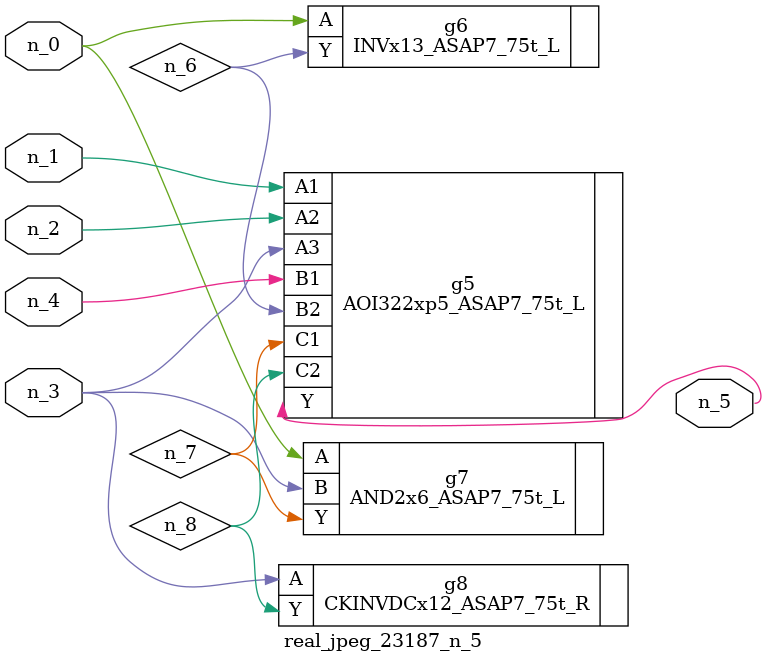
<source format=v>
module real_jpeg_23187_n_5 (n_4, n_0, n_1, n_2, n_3, n_5);

input n_4;
input n_0;
input n_1;
input n_2;
input n_3;

output n_5;

wire n_8;
wire n_6;
wire n_7;

INVx13_ASAP7_75t_L g6 ( 
.A(n_0),
.Y(n_6)
);

AND2x6_ASAP7_75t_L g7 ( 
.A(n_0),
.B(n_3),
.Y(n_7)
);

AOI322xp5_ASAP7_75t_L g5 ( 
.A1(n_1),
.A2(n_2),
.A3(n_3),
.B1(n_4),
.B2(n_6),
.C1(n_7),
.C2(n_8),
.Y(n_5)
);

CKINVDCx12_ASAP7_75t_R g8 ( 
.A(n_3),
.Y(n_8)
);


endmodule
</source>
